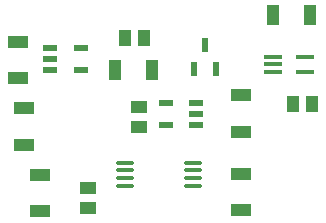
<source format=gbr>
%TF.GenerationSoftware,KiCad,Pcbnew,8.0.2*%
%TF.CreationDate,2024-06-16T16:48:04+02:00*%
%TF.ProjectId,Discharge Controller,44697363-6861-4726-9765-20436f6e7472,rev?*%
%TF.SameCoordinates,Original*%
%TF.FileFunction,Paste,Top*%
%TF.FilePolarity,Positive*%
%FSLAX46Y46*%
G04 Gerber Fmt 4.6, Leading zero omitted, Abs format (unit mm)*
G04 Created by KiCad (PCBNEW 8.0.2) date 2024-06-16 16:48:04*
%MOMM*%
%LPD*%
G01*
G04 APERTURE LIST*
G04 Aperture macros list*
%AMRoundRect*
0 Rectangle with rounded corners*
0 $1 Rounding radius*
0 $2 $3 $4 $5 $6 $7 $8 $9 X,Y pos of 4 corners*
0 Add a 4 corners polygon primitive as box body*
4,1,4,$2,$3,$4,$5,$6,$7,$8,$9,$2,$3,0*
0 Add four circle primitives for the rounded corners*
1,1,$1+$1,$2,$3*
1,1,$1+$1,$4,$5*
1,1,$1+$1,$6,$7*
1,1,$1+$1,$8,$9*
0 Add four rect primitives between the rounded corners*
20,1,$1+$1,$2,$3,$4,$5,0*
20,1,$1+$1,$4,$5,$6,$7,0*
20,1,$1+$1,$6,$7,$8,$9,0*
20,1,$1+$1,$8,$9,$2,$3,0*%
G04 Aperture macros list end*
%ADD10R,1.050000X1.800000*%
%ADD11R,1.470000X1.070000*%
%ADD12RoundRect,0.100000X0.637500X0.100000X-0.637500X0.100000X-0.637500X-0.100000X0.637500X-0.100000X0*%
%ADD13R,1.150000X0.600000*%
%ADD14R,1.800000X1.050000*%
%ADD15R,0.600000X1.300000*%
%ADD16R,1.070000X1.470000*%
%ADD17RoundRect,0.100000X-0.650000X-0.100000X0.650000X-0.100000X0.650000X0.100000X-0.650000X0.100000X0*%
G04 APERTURE END LIST*
D10*
%TO.C,R1*%
X183048000Y-67099000D03*
X186148000Y-67099000D03*
%TD*%
D11*
%TO.C,C5*%
X171704000Y-74872000D03*
X171704000Y-76512000D03*
%TD*%
D12*
%TO.C,U3*%
X176260600Y-81502800D03*
X176260600Y-80852800D03*
X176260600Y-80202800D03*
X176260600Y-79552800D03*
X170535600Y-79552800D03*
X170535600Y-80202800D03*
X170535600Y-80852800D03*
X170535600Y-81502800D03*
%TD*%
D13*
%TO.C,G2*%
X176560000Y-76388000D03*
X176560000Y-75438000D03*
X176560000Y-74488000D03*
X173960000Y-74488000D03*
X173960000Y-76388000D03*
%TD*%
D14*
%TO.C,R6*%
X161975800Y-78029400D03*
X161975800Y-74929400D03*
%TD*%
%TO.C,R2*%
X180340000Y-76962000D03*
X180340000Y-73862000D03*
%TD*%
D15*
%TO.C,Q1*%
X176342000Y-71662000D03*
X178242000Y-71662000D03*
X177292000Y-69562000D03*
%TD*%
D16*
%TO.C,C2*%
X186368000Y-74625200D03*
X184728000Y-74625200D03*
%TD*%
D11*
%TO.C,C3*%
X167386000Y-83370000D03*
X167386000Y-81730000D03*
%TD*%
D16*
%TO.C,C4*%
X172140000Y-69000000D03*
X170500000Y-69000000D03*
%TD*%
D13*
%TO.C,G1*%
X164200000Y-69850000D03*
X164200000Y-70800000D03*
X164200000Y-71750000D03*
X166800000Y-71750000D03*
X166800000Y-69850000D03*
%TD*%
D10*
%TO.C,R4*%
X169703732Y-71726311D03*
X172803732Y-71726311D03*
%TD*%
D14*
%TO.C,R5*%
X180314000Y-83592000D03*
X180314000Y-80492000D03*
%TD*%
%TO.C,R7*%
X163322000Y-83693600D03*
X163322000Y-80593600D03*
%TD*%
%TO.C,R3*%
X161500000Y-69316000D03*
X161500000Y-72416000D03*
%TD*%
D17*
%TO.C,U2*%
X183074000Y-70597000D03*
X183074000Y-71247000D03*
X183074000Y-71897000D03*
X185734000Y-71897000D03*
X185734000Y-70597000D03*
%TD*%
M02*

</source>
